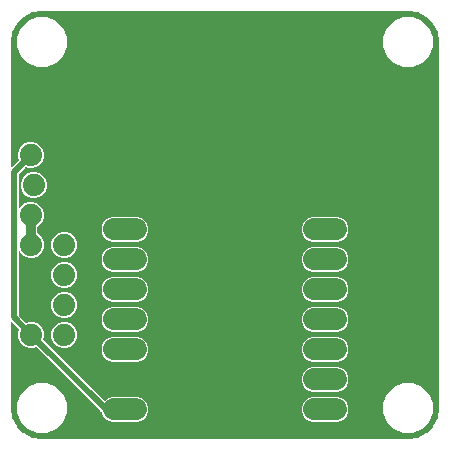
<source format=gbr>
G04 EAGLE Gerber RS-274X export*
G75*
%MOMM*%
%FSLAX34Y34*%
%LPD*%
%INBottom Copper*%
%IPPOS*%
%AMOC8*
5,1,8,0,0,1.08239X$1,22.5*%
G01*
G04 Define Apertures*
%ADD10C,1.828800*%
%ADD11C,1.879600*%
%ADD12C,0.508000*%
%ADD13C,0.812800*%
G36*
X350119Y13565D02*
X350000Y13556D01*
X40000Y13556D01*
X39881Y13565D01*
X31945Y14822D01*
X31718Y14896D01*
X24559Y18544D01*
X24366Y18684D01*
X18684Y24366D01*
X18544Y24559D01*
X14896Y31718D01*
X14822Y31945D01*
X13565Y39881D01*
X13556Y40000D01*
X13556Y111787D01*
X13603Y112050D01*
X13762Y112308D01*
X14010Y112484D01*
X14306Y112549D01*
X14604Y112493D01*
X14857Y112326D01*
X20627Y106555D01*
X20788Y106319D01*
X20850Y106023D01*
X20792Y105725D01*
X20108Y104073D01*
X20108Y99727D01*
X21771Y95713D01*
X24843Y92641D01*
X28857Y90978D01*
X33203Y90978D01*
X34855Y91662D01*
X35134Y91720D01*
X35433Y91665D01*
X35685Y91497D01*
X90354Y36829D01*
X90519Y36582D01*
X92103Y32757D01*
X95104Y29756D01*
X99025Y28132D01*
X121557Y28132D01*
X125478Y29756D01*
X128479Y32757D01*
X130103Y36678D01*
X130103Y40922D01*
X128479Y44843D01*
X125478Y47844D01*
X121557Y49468D01*
X99025Y49468D01*
X95104Y47844D01*
X93508Y46247D01*
X93277Y46089D01*
X92981Y46024D01*
X92683Y46080D01*
X92430Y46247D01*
X41433Y97245D01*
X41272Y97481D01*
X41210Y97777D01*
X41268Y98075D01*
X41952Y99728D01*
X41952Y104073D01*
X40289Y108087D01*
X37217Y111159D01*
X33203Y112822D01*
X28858Y112822D01*
X27205Y112138D01*
X26926Y112080D01*
X26628Y112135D01*
X26375Y112303D01*
X20383Y118294D01*
X20220Y118536D01*
X20160Y118833D01*
X20160Y171971D01*
X20205Y172229D01*
X20362Y172488D01*
X20608Y172665D01*
X20904Y172733D01*
X21202Y172680D01*
X21457Y172514D01*
X21626Y172263D01*
X21771Y171913D01*
X24843Y168841D01*
X28857Y167178D01*
X33203Y167178D01*
X37217Y168841D01*
X40289Y171913D01*
X41952Y175927D01*
X41952Y180273D01*
X40289Y184287D01*
X37217Y187359D01*
X36538Y187640D01*
X36300Y187797D01*
X36128Y188047D01*
X36068Y188344D01*
X36068Y193184D01*
X36121Y193464D01*
X36287Y193718D01*
X36538Y193888D01*
X36667Y193941D01*
X39739Y197013D01*
X41402Y201027D01*
X41402Y205373D01*
X39739Y209387D01*
X36667Y212459D01*
X32653Y214122D01*
X28307Y214122D01*
X24293Y212459D01*
X21461Y209627D01*
X21241Y209474D01*
X20946Y209404D01*
X20647Y209455D01*
X20392Y209618D01*
X20220Y209868D01*
X20160Y210166D01*
X20160Y237617D01*
X20216Y237903D01*
X20383Y238156D01*
X25825Y243597D01*
X26061Y243758D01*
X26357Y243820D01*
X26655Y243762D01*
X28308Y243078D01*
X32653Y243078D01*
X36667Y244741D01*
X39739Y247813D01*
X41402Y251827D01*
X41402Y256173D01*
X39739Y260187D01*
X36667Y263259D01*
X32653Y264922D01*
X28307Y264922D01*
X24293Y263259D01*
X21221Y260187D01*
X19558Y256173D01*
X19558Y251828D01*
X20242Y250175D01*
X20300Y249896D01*
X20245Y249598D01*
X20077Y249345D01*
X14857Y244124D01*
X14637Y243971D01*
X14342Y243901D01*
X14043Y243952D01*
X13788Y244116D01*
X13616Y244366D01*
X13556Y244663D01*
X13556Y350000D01*
X13565Y350119D01*
X14822Y358055D01*
X14896Y358282D01*
X18544Y365441D01*
X18684Y365634D01*
X24366Y371316D01*
X24559Y371456D01*
X31718Y375104D01*
X31945Y375178D01*
X39881Y376435D01*
X40000Y376444D01*
X350000Y376444D01*
X350119Y376435D01*
X358055Y375178D01*
X358282Y375104D01*
X365441Y371456D01*
X365634Y371316D01*
X371316Y365634D01*
X371456Y365441D01*
X375104Y358282D01*
X375178Y358055D01*
X376435Y350119D01*
X376444Y350000D01*
X376444Y40000D01*
X376435Y39881D01*
X375178Y31945D01*
X375104Y31718D01*
X371456Y24559D01*
X371316Y24366D01*
X365634Y18684D01*
X365441Y18544D01*
X358282Y14896D01*
X358055Y14822D01*
X350119Y13565D01*
G37*
%LPC*%
G36*
X345812Y328944D02*
X354188Y328944D01*
X361927Y332150D01*
X367850Y338073D01*
X371056Y345812D01*
X371056Y354188D01*
X367850Y361927D01*
X361927Y367850D01*
X354188Y371056D01*
X345812Y371056D01*
X338073Y367850D01*
X332150Y361927D01*
X328944Y354188D01*
X328944Y345812D01*
X332150Y338073D01*
X338073Y332150D01*
X345812Y328944D01*
G37*
G36*
X35812Y328944D02*
X44188Y328944D01*
X51927Y332150D01*
X57850Y338073D01*
X61056Y345812D01*
X61056Y354188D01*
X57850Y361927D01*
X51927Y367850D01*
X44188Y371056D01*
X35812Y371056D01*
X28073Y367850D01*
X22150Y361927D01*
X18944Y354188D01*
X18944Y345812D01*
X22150Y338073D01*
X28073Y332150D01*
X35812Y328944D01*
G37*
G36*
X30847Y217678D02*
X35193Y217678D01*
X39207Y219341D01*
X42279Y222413D01*
X43942Y226427D01*
X43942Y230773D01*
X42279Y234787D01*
X39207Y237859D01*
X35193Y239522D01*
X30847Y239522D01*
X26833Y237859D01*
X23761Y234787D01*
X22098Y230773D01*
X22098Y226427D01*
X23761Y222413D01*
X26833Y219341D01*
X30847Y217678D01*
G37*
G36*
X268443Y180532D02*
X290975Y180532D01*
X294896Y182156D01*
X297897Y185157D01*
X299521Y189078D01*
X299521Y193322D01*
X297897Y197243D01*
X294896Y200244D01*
X290975Y201868D01*
X268443Y201868D01*
X264522Y200244D01*
X261521Y197243D01*
X259897Y193322D01*
X259897Y189078D01*
X261521Y185157D01*
X264522Y182156D01*
X268443Y180532D01*
G37*
G36*
X99025Y180532D02*
X121557Y180532D01*
X125478Y182156D01*
X128479Y185157D01*
X130103Y189078D01*
X130103Y193322D01*
X128479Y197243D01*
X125478Y200244D01*
X121557Y201868D01*
X99025Y201868D01*
X95104Y200244D01*
X92103Y197243D01*
X90479Y193322D01*
X90479Y189078D01*
X92103Y185157D01*
X95104Y182156D01*
X99025Y180532D01*
G37*
G36*
X56797Y167178D02*
X61143Y167178D01*
X65157Y168841D01*
X68229Y171913D01*
X69892Y175927D01*
X69892Y180273D01*
X68229Y184287D01*
X65157Y187359D01*
X61143Y189022D01*
X56797Y189022D01*
X52783Y187359D01*
X49711Y184287D01*
X48048Y180273D01*
X48048Y175927D01*
X49711Y171913D01*
X52783Y168841D01*
X56797Y167178D01*
G37*
G36*
X268443Y155132D02*
X290975Y155132D01*
X294896Y156756D01*
X297897Y159757D01*
X299521Y163678D01*
X299521Y167922D01*
X297897Y171843D01*
X294896Y174844D01*
X290975Y176468D01*
X268443Y176468D01*
X264522Y174844D01*
X261521Y171843D01*
X259897Y167922D01*
X259897Y163678D01*
X261521Y159757D01*
X264522Y156756D01*
X268443Y155132D01*
G37*
G36*
X99025Y155132D02*
X121557Y155132D01*
X125478Y156756D01*
X128479Y159757D01*
X130103Y163678D01*
X130103Y167922D01*
X128479Y171843D01*
X125478Y174844D01*
X121557Y176468D01*
X99025Y176468D01*
X95104Y174844D01*
X92103Y171843D01*
X90479Y167922D01*
X90479Y163678D01*
X92103Y159757D01*
X95104Y156756D01*
X99025Y155132D01*
G37*
G36*
X56797Y141778D02*
X61143Y141778D01*
X65157Y143441D01*
X68229Y146513D01*
X69892Y150527D01*
X69892Y154873D01*
X68229Y158887D01*
X65157Y161959D01*
X61143Y163622D01*
X56797Y163622D01*
X52783Y161959D01*
X49711Y158887D01*
X48048Y154873D01*
X48048Y150527D01*
X49711Y146513D01*
X52783Y143441D01*
X56797Y141778D01*
G37*
G36*
X268443Y129732D02*
X290975Y129732D01*
X294896Y131356D01*
X297897Y134357D01*
X299521Y138278D01*
X299521Y142522D01*
X297897Y146443D01*
X294896Y149444D01*
X290975Y151068D01*
X268443Y151068D01*
X264522Y149444D01*
X261521Y146443D01*
X259897Y142522D01*
X259897Y138278D01*
X261521Y134357D01*
X264522Y131356D01*
X268443Y129732D01*
G37*
G36*
X99025Y129732D02*
X121557Y129732D01*
X125478Y131356D01*
X128479Y134357D01*
X130103Y138278D01*
X130103Y142522D01*
X128479Y146443D01*
X125478Y149444D01*
X121557Y151068D01*
X99025Y151068D01*
X95104Y149444D01*
X92103Y146443D01*
X90479Y142522D01*
X90479Y138278D01*
X92103Y134357D01*
X95104Y131356D01*
X99025Y129732D01*
G37*
G36*
X56797Y116378D02*
X61143Y116378D01*
X65157Y118041D01*
X68229Y121113D01*
X69892Y125127D01*
X69892Y129473D01*
X68229Y133487D01*
X65157Y136559D01*
X61143Y138222D01*
X56797Y138222D01*
X52783Y136559D01*
X49711Y133487D01*
X48048Y129473D01*
X48048Y125127D01*
X49711Y121113D01*
X52783Y118041D01*
X56797Y116378D01*
G37*
G36*
X268443Y104332D02*
X290975Y104332D01*
X294896Y105956D01*
X297897Y108957D01*
X299521Y112878D01*
X299521Y117122D01*
X297897Y121043D01*
X294896Y124044D01*
X290975Y125668D01*
X268443Y125668D01*
X264522Y124044D01*
X261521Y121043D01*
X259897Y117122D01*
X259897Y112878D01*
X261521Y108957D01*
X264522Y105956D01*
X268443Y104332D01*
G37*
G36*
X99025Y104332D02*
X121557Y104332D01*
X125478Y105956D01*
X128479Y108957D01*
X130103Y112878D01*
X130103Y117122D01*
X128479Y121043D01*
X125478Y124044D01*
X121557Y125668D01*
X99025Y125668D01*
X95104Y124044D01*
X92103Y121043D01*
X90479Y117122D01*
X90479Y112878D01*
X92103Y108957D01*
X95104Y105956D01*
X99025Y104332D01*
G37*
G36*
X56797Y90978D02*
X61143Y90978D01*
X65157Y92641D01*
X68229Y95713D01*
X69892Y99727D01*
X69892Y104073D01*
X68229Y108087D01*
X65157Y111159D01*
X61143Y112822D01*
X56797Y112822D01*
X52783Y111159D01*
X49711Y108087D01*
X48048Y104073D01*
X48048Y99727D01*
X49711Y95713D01*
X52783Y92641D01*
X56797Y90978D01*
G37*
G36*
X268443Y78932D02*
X290975Y78932D01*
X294896Y80556D01*
X297897Y83557D01*
X299521Y87478D01*
X299521Y91722D01*
X297897Y95643D01*
X294896Y98644D01*
X290975Y100268D01*
X268443Y100268D01*
X264522Y98644D01*
X261521Y95643D01*
X259897Y91722D01*
X259897Y87478D01*
X261521Y83557D01*
X264522Y80556D01*
X268443Y78932D01*
G37*
G36*
X99025Y78932D02*
X121557Y78932D01*
X125478Y80556D01*
X128479Y83557D01*
X130103Y87478D01*
X130103Y91722D01*
X128479Y95643D01*
X125478Y98644D01*
X121557Y100268D01*
X99025Y100268D01*
X95104Y98644D01*
X92103Y95643D01*
X90479Y91722D01*
X90479Y87478D01*
X92103Y83557D01*
X95104Y80556D01*
X99025Y78932D01*
G37*
G36*
X268443Y53532D02*
X290975Y53532D01*
X294896Y55156D01*
X297897Y58157D01*
X299521Y62078D01*
X299521Y66322D01*
X297897Y70243D01*
X294896Y73244D01*
X290975Y74868D01*
X268443Y74868D01*
X264522Y73244D01*
X261521Y70243D01*
X259897Y66322D01*
X259897Y62078D01*
X261521Y58157D01*
X264522Y55156D01*
X268443Y53532D01*
G37*
G36*
X345812Y18944D02*
X354188Y18944D01*
X361927Y22150D01*
X367850Y28073D01*
X371056Y35812D01*
X371056Y44188D01*
X367850Y51927D01*
X361927Y57850D01*
X354188Y61056D01*
X345812Y61056D01*
X338073Y57850D01*
X332150Y51927D01*
X328944Y44188D01*
X328944Y35812D01*
X332150Y28073D01*
X338073Y22150D01*
X345812Y18944D01*
G37*
G36*
X35812Y18944D02*
X44188Y18944D01*
X51927Y22150D01*
X57850Y28073D01*
X61056Y35812D01*
X61056Y44188D01*
X57850Y51927D01*
X51927Y57850D01*
X44188Y61056D01*
X35812Y61056D01*
X28073Y57850D01*
X22150Y51927D01*
X18944Y44188D01*
X18944Y35812D01*
X22150Y28073D01*
X28073Y22150D01*
X35812Y18944D01*
G37*
G36*
X268443Y28132D02*
X290975Y28132D01*
X294896Y29756D01*
X297897Y32757D01*
X299521Y36678D01*
X299521Y40922D01*
X297897Y44843D01*
X294896Y47844D01*
X290975Y49468D01*
X268443Y49468D01*
X264522Y47844D01*
X261521Y44843D01*
X259897Y40922D01*
X259897Y36678D01*
X261521Y32757D01*
X264522Y29756D01*
X268443Y28132D01*
G37*
%LPD*%
D10*
X270565Y38800D02*
X288853Y38800D01*
X288853Y64200D02*
X270565Y64200D01*
X270565Y89600D02*
X288853Y89600D01*
X288853Y115000D02*
X270565Y115000D01*
X270565Y140400D02*
X288853Y140400D01*
X288853Y165800D02*
X270565Y165800D01*
X270565Y191200D02*
X288853Y191200D01*
X119435Y191200D02*
X101147Y191200D01*
X101147Y165800D02*
X119435Y165800D01*
X119435Y140400D02*
X101147Y140400D01*
X101147Y115000D02*
X119435Y115000D01*
X119435Y89600D02*
X101147Y89600D01*
X101147Y64200D02*
X119435Y64200D01*
X119435Y38800D02*
X101147Y38800D01*
D11*
X58970Y101900D03*
X31030Y101900D03*
X58970Y127300D03*
X31030Y127300D03*
X58970Y152700D03*
X31030Y152700D03*
X58970Y178100D03*
X31030Y178100D03*
X30480Y203200D03*
X33020Y228600D03*
X30480Y254000D03*
D12*
X31030Y101900D02*
X94130Y38800D01*
X119435Y38800D01*
X16096Y116834D02*
X16096Y239616D01*
X16096Y116834D02*
X31030Y101900D01*
X16096Y239616D02*
X30480Y254000D01*
X30480Y178650D02*
X31030Y178100D01*
D13*
X30480Y178650D02*
X30480Y203200D01*
M02*

</source>
